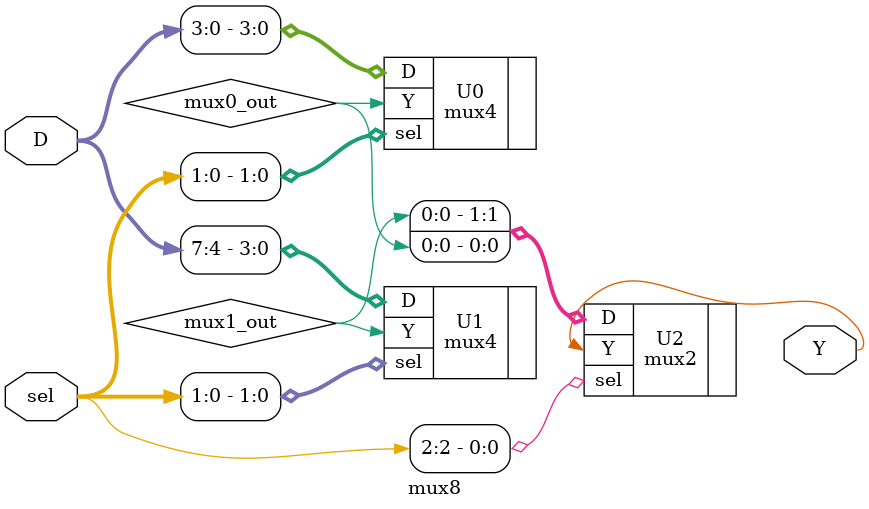
<source format=v>
module mux8(

    input       [7 : 0]     D,
    input       [2 : 0]     sel,
    output                  Y

    );
    
    // 预计代码量4行
    wire mux0_out, mux1_out;

    mux4 U0(.D(D[3:0]), .sel(sel[1:0]), .Y(mux0_out));
    mux4 U1(.D(D[7:4]), .sel(sel[1:0]), .Y(mux1_out));
             
    mux2 U2(.D({mux1_out, mux0_out}), .sel(sel[2]), .Y(Y));


endmodule
</source>
